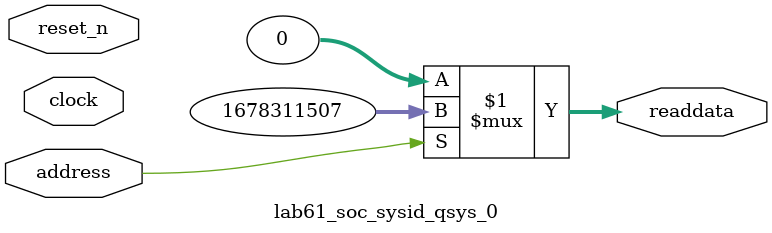
<source format=v>



// synthesis translate_off
`timescale 1ns / 1ps
// synthesis translate_on

// turn off superfluous verilog processor warnings 
// altera message_level Level1 
// altera message_off 10034 10035 10036 10037 10230 10240 10030 

module lab61_soc_sysid_qsys_0 (
               // inputs:
                address,
                clock,
                reset_n,

               // outputs:
                readdata
             )
;

  output  [ 31: 0] readdata;
  input            address;
  input            clock;
  input            reset_n;

  wire    [ 31: 0] readdata;
  //control_slave, which is an e_avalon_slave
  assign readdata = address ? 1678311507 : 0;

endmodule



</source>
